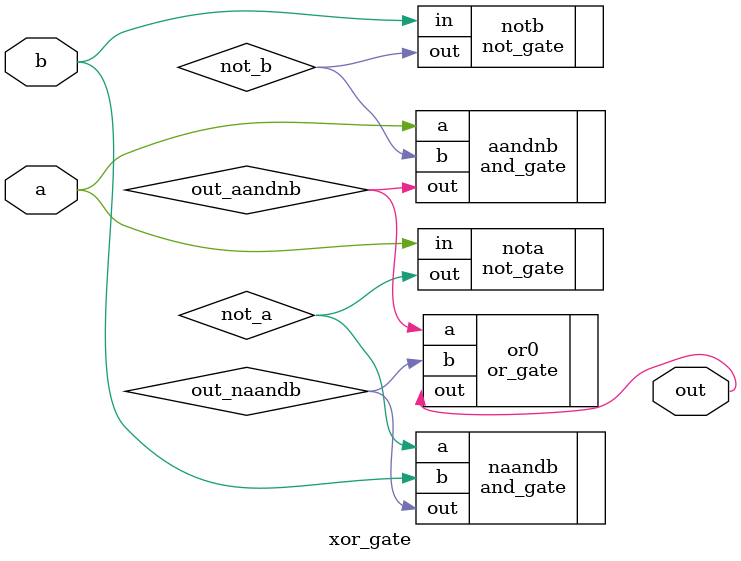
<source format=v>
module xor_gate(
    input  a,
    input  b,
    output out
);
    wire not_a, not_b, out_aandnb, out_naandb;

    not_gate notb(
        .in     (b),
        .out    (not_b)
    );

    and_gate aandnb(
        .a      (a),
        .b      (not_b),
        .out    (out_aandnb)
    );

    not_gate nota(
        .in     (a),
        .out    (not_a)
    );

    and_gate naandb(
        .a      (not_a),
        .b      (b),
        .out    (out_naandb)
    );

    or_gate or0(
        .a    (out_aandnb),
        .b    (out_naandb),
        .out    (out)
    );
endmodule
</source>
